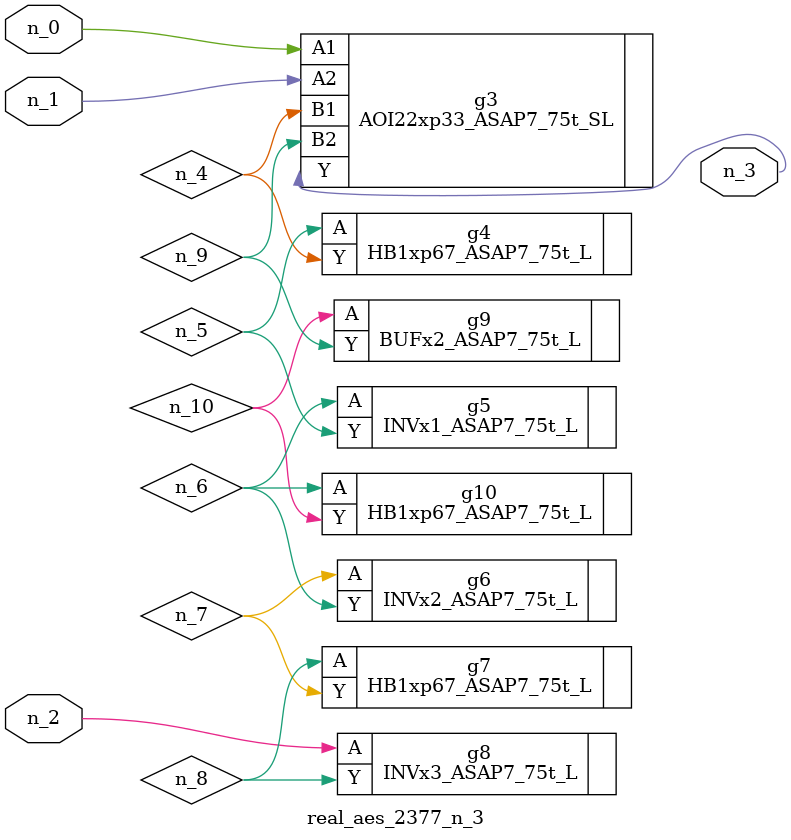
<source format=v>
module real_aes_2377_n_3 (n_0, n_2, n_1, n_3);
input n_0;
input n_2;
input n_1;
output n_3;
wire n_4;
wire n_5;
wire n_7;
wire n_9;
wire n_6;
wire n_8;
wire n_10;
AOI22xp33_ASAP7_75t_SL g3 ( .A1(n_0), .A2(n_1), .B1(n_4), .B2(n_9), .Y(n_3) );
INVx3_ASAP7_75t_L g8 ( .A(n_2), .Y(n_8) );
HB1xp67_ASAP7_75t_L g4 ( .A(n_5), .Y(n_4) );
INVx1_ASAP7_75t_L g5 ( .A(n_6), .Y(n_5) );
HB1xp67_ASAP7_75t_L g10 ( .A(n_6), .Y(n_10) );
INVx2_ASAP7_75t_L g6 ( .A(n_7), .Y(n_6) );
HB1xp67_ASAP7_75t_L g7 ( .A(n_8), .Y(n_7) );
BUFx2_ASAP7_75t_L g9 ( .A(n_10), .Y(n_9) );
endmodule
</source>
